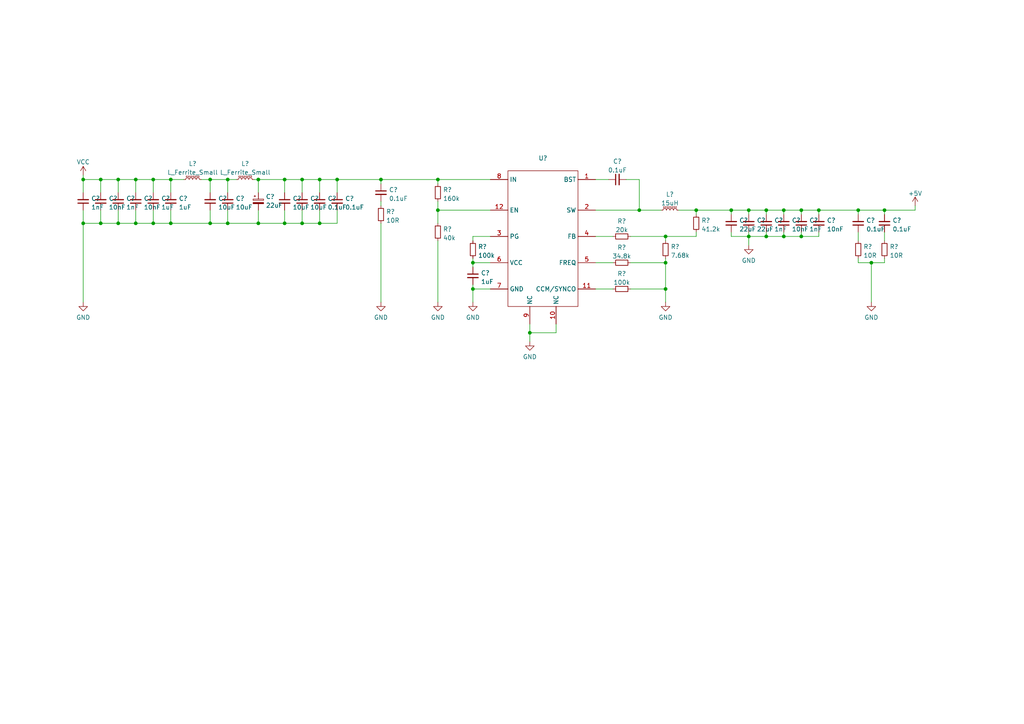
<source format=kicad_sch>
(kicad_sch (version 20211123) (generator eeschema)
  (paper "A4")
  (lib_symbols
    (symbol "Device:C_Polarized_Small" (pin_numbers hide) (pin_names (offset 0.254) hide)
      (property "Reference" "C" (at 0.254 1.778 0))
      (property "Value" "C_Polarized_Small" (at 0.254 -2.032 0))
      (symbol "C_Polarized_Small_0_1"
        (rectangle (start -1.524 -0.3048) (end 1.524 -0.6858) (fill (type outline)))
        (rectangle (start -1.524 0.6858) (end 1.524 0.3048))
        (polyline (pts (xy -1.27 1.524) (xy -0.762 1.524)))
        (polyline (pts (xy -1.016 1.27) (xy -1.016 1.778)))
      )
      (symbol "C_Polarized_Small_1_1"
        (pin passive line (at 0 2.54 270) (length 1.8542) (name "~") (number "1"))
        (pin passive line (at 0 -2.54 90) (length 1.8542) (name "~") (number "2"))
      )
    )
    (symbol "Device:C_Small" (pin_numbers hide) (pin_names (offset 0.254) hide)
      (property "Reference" "C" (at 0.254 1.778 0))
      (property "Value" "C_Small" (at 0.254 -2.032 0))
      (symbol "C_Small_0_1"
        (polyline (pts (xy -1.524 -0.508) (xy 1.524 -0.508)) (stroke (width 0.3302)))
        (polyline (pts (xy -1.524 0.508) (xy 1.524 0.508)) (stroke (width 0.3048)))
      )
      (symbol "C_Small_1_1"
        (pin passive line (at 0 2.54 270) (length 2.032) (name "~") (number "1"))
        (pin passive line (at 0 -2.54 90) (length 2.032) (name "~") (number "2"))
      )
    )
    (symbol "Device:L_Ferrite_Small" (pin_numbers hide) (pin_names (offset 0.254) hide)
      (property "Reference" "L" (at 1.27 1.016 0))
      (property "Value" "L_Ferrite_Small" (at 1.27 -1.27 0))
      (symbol "L_Ferrite_Small_0_1"
        (arc (start 0 -2.032) (mid 0.508 -1.524) (end 0 -1.016))
        (arc (start 0 -1.016) (mid 0.508 -0.508) (end 0 0))
        (polyline (pts (xy 0.762 -1.905) (xy 0.762 -1.651)))
        (polyline (pts (xy 0.762 -1.397) (xy 0.762 -1.143)))
        (polyline (pts (xy 0.762 -0.889) (xy 0.762 -0.635)))
        (polyline (pts (xy 0.762 -0.381) (xy 0.762 -0.127)))
        (polyline (pts (xy 0.762 0.127) (xy 0.762 0.381)))
        (polyline (pts (xy 0.762 0.635) (xy 0.762 0.889)))
        (polyline (pts (xy 0.762 1.143) (xy 0.762 1.397)))
        (polyline (pts (xy 0.762 1.651) (xy 0.762 1.905)))
        (polyline (pts (xy 1.016 -1.651) (xy 1.016 -1.905)))
        (polyline (pts (xy 1.016 -1.143) (xy 1.016 -1.397)))
        (polyline (pts (xy 1.016 -0.635) (xy 1.016 -0.889)))
        (polyline (pts (xy 1.016 -0.127) (xy 1.016 -0.381)))
        (polyline (pts (xy 1.016 0.381) (xy 1.016 0.127)))
        (polyline (pts (xy 1.016 0.889) (xy 1.016 0.635)))
        (polyline (pts (xy 1.016 1.397) (xy 1.016 1.143)))
        (polyline (pts (xy 1.016 1.905) (xy 1.016 1.651)))
        (arc (start 0 0) (mid 0.508 0.508) (end 0 1.016))
        (arc (start 0 1.016) (mid 0.508 1.524) (end 0 2.032))
      )
      (symbol "L_Ferrite_Small_1_1"
        (pin passive line (at 0 2.54 270) (length 0.508) (name "~") (number "1"))
        (pin passive line (at 0 -2.54 90) (length 0.508) (name "~") (number "2"))
      )
    )
    (symbol "Device:R_Small" (pin_numbers hide) (pin_names (offset 0.254) hide)
      (property "Reference" "R" (at 0.762 0.508 0))
      (property "Value" "R_Small" (at 0.762 -1.016 0))
      (symbol "R_Small_0_1"
        (rectangle (start -0.762 1.778) (end 0.762 -1.778) (stroke (width 0.2032)))
      )
      (symbol "R_Small_1_1"
        (pin passive line (at 0 2.54 270) (length 0.762) (name "~") (number "1"))
        (pin passive line (at 0 -2.54 90) (length 0.762) (name "~") (number "2"))
      )
    )
    (symbol "custom_lib:MP4576GQBE"
      (property "Reference" "U?" (at 0 13.809 0))
      (property "Value" "MP4576GQBE" (at 0 11.2721 0))
      (symbol "MP4576GQBE_0_0"
        (text "" (at -6.35 -3.81 0) (effects (font (size 1.27 1.27))))
        (pin passive line (at 15.24 7.62 180) (length 5.08) (name "BST") (number "1"))
        (pin passive line (at 3.81 -34.29 90) (length 5.08) (name "NC") (number "10"))
        (pin passive line (at 15.24 -24.13 180) (length 5.08) (name "CCM/SYNCO") (number "11"))
        (pin passive line (at -15.24 -1.27 0) (length 5.08) (name "EN") (number "12"))
        (pin passive line (at 15.24 -1.27 180) (length 5.08) (name "SW") (number "2"))
        (pin passive line (at -15.24 -8.89 0) (length 5.08) (name "PG") (number "3"))
        (pin passive line (at 15.24 -8.89 180) (length 5.08) (name "FB") (number "4"))
        (pin passive line (at 15.24 -16.51 180) (length 5.08) (name "FREQ") (number "5"))
        (pin passive line (at -15.24 -16.51 0) (length 5.08) (name "VCC") (number "6"))
        (pin passive line (at -15.24 -24.13 0) (length 5.08) (name "GND") (number "7"))
        (pin passive line (at -15.24 7.62 0) (length 5.08) (name "IN") (number "8"))
        (pin passive line (at -3.81 -34.29 90) (length 5.08) (name "NC") (number "9"))
      )
      (symbol "MP4576GQBE_0_1"
        (rectangle (start -10.16 10.16) (end 10.16 -29.21) (stroke (width 0.1524)))
      )
    )
    (symbol "power:+5V" (power) (pin_names (offset 0))
      (property "Value" "+5V" (at 0 3.556 0))
      (symbol "+5V_0_1"
        (polyline (pts (xy -0.762 1.27) (xy 0 2.54)))
        (polyline (pts (xy 0 0) (xy 0 2.54)))
        (polyline (pts (xy 0 2.54) (xy 0.762 1.27)))
      )
      (symbol "+5V_1_1"
        (pin power_in line (at 0 0 90) (length 0) hide (name "+5V") (number "1"))
      )
    )
    (symbol "power:GND" (power) (pin_names (offset 0))
      (property "Value" "GND" (at 0 -3.81 0))
      (symbol "GND_0_1"
        (polyline (pts (xy 0 0) (xy 0 -1.27) (xy 1.27 -1.27) (xy 0 -2.54) (xy -1.27 -1.27) (xy 0 -1.27)))
      )
      (symbol "GND_1_1"
        (pin power_in line (at 0 0 270) (length 0) hide (name "GND") (number "1"))
      )
    )
    (symbol "power:VCC" (power) (pin_names (offset 0))
      (property "Value" "VCC" (at 0 3.81 0))
      (symbol "VCC_0_1"
        (polyline (pts (xy -0.762 1.27) (xy 0 2.54)))
        (polyline (pts (xy 0 0) (xy 0 2.54)))
        (polyline (pts (xy 0 2.54) (xy 0.762 1.27)))
      )
      (symbol "VCC_1_1"
        (pin power_in line (at 0 0 90) (length 0) hide (name "VCC") (number "1"))
      )
    )
  )
  (junction (at 227.33 68.58))
  (junction (at 66.04 52.07))
  (junction (at 153.67 96.52))
  (junction (at 24.13 64.77))
  (junction (at 193.04 68.58))
  (junction (at 248.92 60.96))
  (junction (at 232.41 60.96))
  (junction (at 110.49 52.07))
  (junction (at 34.29 52.07))
  (junction (at 212.09 60.96))
  (junction (at 24.13 52.07))
  (junction (at 34.29 64.77))
  (junction (at 193.04 83.82))
  (junction (at 201.93 60.96))
  (junction (at 92.71 64.77))
  (junction (at 222.25 60.96))
  (junction (at 127 60.96))
  (junction (at 222.25 68.58))
  (junction (at 252.73 76.2))
  (junction (at 74.93 64.77))
  (junction (at 87.63 64.77))
  (junction (at 44.45 52.07))
  (junction (at 39.37 64.77))
  (junction (at 137.16 83.82))
  (junction (at 185.42 60.96))
  (junction (at 44.45 64.77))
  (junction (at 256.54 60.96))
  (junction (at 39.37 52.07))
  (junction (at 137.16 76.2))
  (junction (at 82.55 64.77))
  (junction (at 74.93 52.07))
  (junction (at 97.79 52.07))
  (junction (at 217.17 60.96))
  (junction (at 29.21 52.07))
  (junction (at 29.21 64.77))
  (junction (at 217.17 68.58))
  (junction (at 237.49 60.96))
  (junction (at 92.71 52.07))
  (junction (at 66.04 64.77))
  (junction (at 60.96 64.77))
  (junction (at 193.04 76.2))
  (junction (at 49.53 52.07))
  (junction (at 87.63 52.07))
  (junction (at 127 52.07))
  (junction (at 82.55 52.07))
  (junction (at 232.41 68.58))
  (junction (at 60.96 52.07))
  (junction (at 49.53 64.77))
  (junction (at 227.33 60.96))
  (wire (pts (xy 92.71 52.07) (xy 97.79 52.07)))
  (wire (pts (xy 227.33 67.31) (xy 227.33 68.58)))
  (wire (pts (xy 182.88 68.58) (xy 193.04 68.58)))
  (wire (pts (xy 217.17 68.58) (xy 217.17 67.31)))
  (wire (pts (xy 237.49 60.96) (xy 237.49 62.23)))
  (wire (pts (xy 39.37 52.07) (xy 39.37 55.88)))
  (wire (pts (xy 201.93 60.96) (xy 201.93 62.23)))
  (wire (pts (xy 24.13 55.88) (xy 24.13 52.07)))
  (wire (pts (xy 232.41 67.31) (xy 232.41 68.58)))
  (wire (pts (xy 44.45 60.96) (xy 44.45 64.77)))
  (wire (pts (xy 127 52.07) (xy 127 53.34)))
  (wire (pts (xy 185.42 52.07) (xy 185.42 60.96)))
  (wire (pts (xy 161.29 96.52) (xy 161.29 93.98)))
  (wire (pts (xy 110.49 87.63) (xy 110.49 64.77)))
  (wire (pts (xy 74.93 52.07) (xy 82.55 52.07)))
  (wire (pts (xy 44.45 64.77) (xy 49.53 64.77)))
  (wire (pts (xy 34.29 60.96) (xy 34.29 64.77)))
  (wire (pts (xy 256.54 60.96) (xy 256.54 62.23)))
  (wire (pts (xy 60.96 52.07) (xy 66.04 52.07)))
  (wire (pts (xy 66.04 60.96) (xy 66.04 64.77)))
  (wire (pts (xy 217.17 68.58) (xy 212.09 68.58)))
  (wire (pts (xy 193.04 68.58) (xy 193.04 69.85)))
  (wire (pts (xy 248.92 76.2) (xy 252.73 76.2)))
  (wire (pts (xy 39.37 52.07) (xy 44.45 52.07)))
  (wire (pts (xy 252.73 76.2) (xy 252.73 87.63)))
  (wire (pts (xy 74.93 60.96) (xy 74.93 64.77)))
  (wire (pts (xy 137.16 76.2) (xy 137.16 77.47)))
  (wire (pts (xy 142.24 68.58) (xy 137.16 68.58)))
  (wire (pts (xy 217.17 68.58) (xy 217.17 71.12)))
  (wire (pts (xy 92.71 60.96) (xy 92.71 64.77)))
  (wire (pts (xy 87.63 52.07) (xy 87.63 55.88)))
  (wire (pts (xy 193.04 68.58) (xy 201.93 68.58)))
  (wire (pts (xy 137.16 74.93) (xy 137.16 76.2)))
  (wire (pts (xy 66.04 52.07) (xy 68.58 52.07)))
  (wire (pts (xy 153.67 96.52) (xy 153.67 99.06)))
  (wire (pts (xy 232.41 68.58) (xy 237.49 68.58)))
  (wire (pts (xy 39.37 64.77) (xy 44.45 64.77)))
  (wire (pts (xy 44.45 52.07) (xy 44.45 55.88)))
  (wire (pts (xy 87.63 60.96) (xy 87.63 64.77)))
  (wire (pts (xy 237.49 60.96) (xy 248.92 60.96)))
  (wire (pts (xy 217.17 68.58) (xy 222.25 68.58)))
  (wire (pts (xy 217.17 60.96) (xy 217.17 62.23)))
  (wire (pts (xy 248.92 62.23) (xy 248.92 60.96)))
  (wire (pts (xy 34.29 52.07) (xy 39.37 52.07)))
  (wire (pts (xy 222.25 60.96) (xy 227.33 60.96)))
  (wire (pts (xy 82.55 52.07) (xy 87.63 52.07)))
  (wire (pts (xy 66.04 64.77) (xy 60.96 64.77)))
  (wire (pts (xy 227.33 60.96) (xy 232.41 60.96)))
  (wire (pts (xy 182.88 76.2) (xy 193.04 76.2)))
  (wire (pts (xy 185.42 60.96) (xy 191.77 60.96)))
  (wire (pts (xy 137.16 83.82) (xy 142.24 83.82)))
  (wire (pts (xy 252.73 76.2) (xy 256.54 76.2)))
  (wire (pts (xy 237.49 68.58) (xy 237.49 67.31)))
  (wire (pts (xy 212.09 60.96) (xy 217.17 60.96)))
  (wire (pts (xy 97.79 52.07) (xy 97.79 55.88)))
  (wire (pts (xy 142.24 52.07) (xy 127 52.07)))
  (wire (pts (xy 127 60.96) (xy 142.24 60.96)))
  (wire (pts (xy 172.72 68.58) (xy 177.8 68.58)))
  (wire (pts (xy 248.92 74.93) (xy 248.92 76.2)))
  (wire (pts (xy 110.49 52.07) (xy 110.49 53.34)))
  (wire (pts (xy 137.16 82.55) (xy 137.16 83.82)))
  (wire (pts (xy 110.49 59.69) (xy 110.49 58.42)))
  (wire (pts (xy 34.29 64.77) (xy 39.37 64.77)))
  (wire (pts (xy 256.54 67.31) (xy 256.54 69.85)))
  (wire (pts (xy 127 58.42) (xy 127 60.96)))
  (wire (pts (xy 92.71 52.07) (xy 92.71 55.88)))
  (wire (pts (xy 29.21 52.07) (xy 29.21 55.88)))
  (wire (pts (xy 172.72 76.2) (xy 177.8 76.2)))
  (wire (pts (xy 248.92 69.85) (xy 248.92 67.31)))
  (wire (pts (xy 172.72 83.82) (xy 177.8 83.82)))
  (wire (pts (xy 74.93 52.07) (xy 74.93 55.88)))
  (wire (pts (xy 172.72 52.07) (xy 176.53 52.07)))
  (wire (pts (xy 66.04 52.07) (xy 66.04 55.88)))
  (wire (pts (xy 222.25 68.58) (xy 227.33 68.58)))
  (wire (pts (xy 127 64.77) (xy 127 60.96)))
  (wire (pts (xy 49.53 60.96) (xy 49.53 64.77)))
  (wire (pts (xy 256.54 76.2) (xy 256.54 74.93)))
  (wire (pts (xy 49.53 52.07) (xy 49.53 55.88)))
  (wire (pts (xy 248.92 60.96) (xy 256.54 60.96)))
  (wire (pts (xy 222.25 67.31) (xy 222.25 68.58)))
  (wire (pts (xy 212.09 62.23) (xy 212.09 60.96)))
  (wire (pts (xy 24.13 50.8) (xy 24.13 52.07)))
  (wire (pts (xy 181.61 52.07) (xy 185.42 52.07)))
  (wire (pts (xy 24.13 64.77) (xy 24.13 87.63)))
  (wire (pts (xy 185.42 60.96) (xy 172.72 60.96)))
  (wire (pts (xy 24.13 60.96) (xy 24.13 64.77)))
  (wire (pts (xy 212.09 68.58) (xy 212.09 67.31)))
  (wire (pts (xy 227.33 60.96) (xy 227.33 62.23)))
  (wire (pts (xy 222.25 60.96) (xy 222.25 62.23)))
  (wire (pts (xy 87.63 64.77) (xy 92.71 64.77)))
  (wire (pts (xy 137.16 76.2) (xy 142.24 76.2)))
  (wire (pts (xy 74.93 64.77) (xy 66.04 64.77)))
  (wire (pts (xy 110.49 52.07) (xy 127 52.07)))
  (wire (pts (xy 256.54 60.96) (xy 265.43 60.96)))
  (wire (pts (xy 97.79 52.07) (xy 110.49 52.07)))
  (wire (pts (xy 97.79 60.96) (xy 97.79 64.77)))
  (wire (pts (xy 73.66 52.07) (xy 74.93 52.07)))
  (wire (pts (xy 29.21 60.96) (xy 29.21 64.77)))
  (wire (pts (xy 217.17 60.96) (xy 222.25 60.96)))
  (wire (pts (xy 58.42 52.07) (xy 60.96 52.07)))
  (wire (pts (xy 193.04 83.82) (xy 193.04 87.63)))
  (wire (pts (xy 137.16 68.58) (xy 137.16 69.85)))
  (wire (pts (xy 153.67 96.52) (xy 161.29 96.52)))
  (wire (pts (xy 49.53 52.07) (xy 53.34 52.07)))
  (wire (pts (xy 82.55 52.07) (xy 82.55 55.88)))
  (wire (pts (xy 232.41 60.96) (xy 232.41 62.23)))
  (wire (pts (xy 29.21 52.07) (xy 34.29 52.07)))
  (wire (pts (xy 29.21 64.77) (xy 24.13 64.77)))
  (wire (pts (xy 193.04 76.2) (xy 193.04 83.82)))
  (wire (pts (xy 82.55 60.96) (xy 82.55 64.77)))
  (wire (pts (xy 39.37 60.96) (xy 39.37 64.77)))
  (wire (pts (xy 34.29 52.07) (xy 34.29 55.88)))
  (wire (pts (xy 201.93 60.96) (xy 212.09 60.96)))
  (wire (pts (xy 60.96 52.07) (xy 60.96 55.88)))
  (wire (pts (xy 201.93 67.31) (xy 201.93 68.58)))
  (wire (pts (xy 227.33 68.58) (xy 232.41 68.58)))
  (wire (pts (xy 92.71 64.77) (xy 97.79 64.77)))
  (wire (pts (xy 137.16 83.82) (xy 137.16 87.63)))
  (wire (pts (xy 153.67 93.98) (xy 153.67 96.52)))
  (wire (pts (xy 29.21 64.77) (xy 34.29 64.77)))
  (wire (pts (xy 127 87.63) (xy 127 69.85)))
  (wire (pts (xy 232.41 60.96) (xy 237.49 60.96)))
  (wire (pts (xy 24.13 52.07) (xy 29.21 52.07)))
  (wire (pts (xy 193.04 74.93) (xy 193.04 76.2)))
  (wire (pts (xy 182.88 83.82) (xy 193.04 83.82)))
  (wire (pts (xy 82.55 64.77) (xy 87.63 64.77)))
  (wire (pts (xy 44.45 52.07) (xy 49.53 52.07)))
  (wire (pts (xy 265.43 60.96) (xy 265.43 59.69)))
  (wire (pts (xy 87.63 52.07) (xy 92.71 52.07)))
  (wire (pts (xy 49.53 64.77) (xy 60.96 64.77)))
  (wire (pts (xy 196.85 60.96) (xy 201.93 60.96)))
  (wire (pts (xy 74.93 64.77) (xy 82.55 64.77)))
  (wire (pts (xy 60.96 60.96) (xy 60.96 64.77)))
  (symbol (lib_id "power:GND") (at 24.13 87.63 0) (unit 1)
    (property "Reference" "#PWR?" (effects hide))
    (property "Value" "GND" (at 24.13 92.0734 0))
  )
  (symbol (lib_id "Device:R_Small") (at 110.49 62.23 0) (unit 1)
    (property "Reference" "R?" (at 111.9886 61.3953 0) (effects (justify left)))
    (property "Value" "10R" (at 111.9886 63.9322 0) (effects (justify left)))
  )
  (symbol (lib_id "Device:C_Small") (at 137.16 80.01 0) (unit 1)
    (property "Reference" "C?" (at 139.4841 79.1816 0) (effects (justify left)))
    (property "Value" "1uF" (at 139.4841 81.7185 0) (effects (justify left)))
  )
  (symbol (lib_id "Device:R_Small") (at 256.54 72.39 180) (unit 1)
    (property "Reference" "R?" (at 258.0386 71.5553 0) (effects (justify right)))
    (property "Value" "10R" (at 258.0386 74.0922 0) (effects (justify right)))
  )
  (symbol (lib_id "power:GND") (at 137.16 87.63 0) (unit 1)
    (property "Reference" "#PWR?" (effects hide))
    (property "Value" "GND" (at 137.16 92.0734 0))
  )
  (symbol (lib_id "Device:R_Small") (at 180.34 68.58 90) (unit 1)
    (property "Reference" "R?" (at 180.34 64.1436 90))
    (property "Value" "20k" (at 180.34 66.6805 90))
  )
  (symbol (lib_id "power:GND") (at 217.17 71.12 0) (unit 1)
    (property "Reference" "#PWR?" (effects hide))
    (property "Value" "GND" (at 217.17 75.5634 0))
  )
  (symbol (lib_id "Device:R_Small") (at 127 55.88 0) (unit 1)
    (property "Reference" "R?" (at 128.4986 55.0453 0) (effects (justify left)))
    (property "Value" "160k" (at 128.4986 57.5822 0) (effects (justify left)))
  )
  (symbol (lib_id "Device:R_Small") (at 127 67.31 0) (unit 1)
    (property "Reference" "R?" (at 128.4986 66.4753 0) (effects (justify left)))
    (property "Value" "40k" (at 128.4986 69.0122 0) (effects (justify left)))
  )
  (symbol (lib_id "power:GND") (at 153.67 99.06 0) (unit 1)
    (property "Reference" "#PWR?" (effects hide))
    (property "Value" "GND" (at 153.67 103.5034 0))
  )
  (symbol (lib_id "Device:C_Small") (at 237.49 64.77 180) (unit 1)
    (property "Reference" "C?" (at 239.8141 63.9289 0) (effects (justify right)))
    (property "Value" "10nF" (at 239.8141 66.4658 0) (effects (justify right)))
  )
  (symbol (lib_id "Device:C_Small") (at 227.33 64.77 180) (unit 1)
    (property "Reference" "C?" (at 229.6541 63.9289 0) (effects (justify right)))
    (property "Value" "10nF" (at 229.6541 66.4658 0) (effects (justify right)))
  )
  (symbol (lib_id "Device:C_Small") (at 82.55 58.42 0) (unit 1)
    (property "Reference" "C?" (at 84.8741 57.5916 0) (effects (justify left)))
    (property "Value" "10uF" (at 84.8741 60.1285 0) (effects (justify left)))
  )
  (symbol (lib_id "Device:C_Small") (at 179.07 52.07 90) (unit 1)
    (property "Reference" "C?" (at 179.0763 46.8081 90))
    (property "Value" "0.1uF" (at 179.0763 49.345 90))
  )
  (symbol (lib_id "power:VCC") (at 24.13 50.8 0) (unit 1)
    (property "Reference" "#PWR?" (effects hide))
    (property "Value" "VCC" (at 24.13 46.99 0))
  )
  (symbol (lib_id "Device:C_Small") (at 34.29 58.42 180) (unit 1)
    (property "Reference" "C?" (at 36.6141 57.5789 0) (effects (justify right)))
    (property "Value" "1nF" (at 36.6141 60.1158 0) (effects (justify right)))
  )
  (symbol (lib_id "Device:L_Ferrite_Small") (at 194.31 60.96 90) (unit 1)
    (property "Reference" "L?" (at 194.31 56.3712 90))
    (property "Value" "15uH" (at 194.31 58.9081 90))
  )
  (symbol (lib_id "Device:C_Small") (at 66.04 58.42 180) (unit 1)
    (property "Reference" "C?" (at 68.3641 57.5789 0) (effects (justify right)))
    (property "Value" "10uF" (at 68.3641 60.1158 0) (effects (justify right)))
  )
  (symbol (lib_id "Device:R_Small") (at 180.34 83.82 270) (unit 1)
    (property "Reference" "R?" (at 180.34 79.3836 90))
    (property "Value" "100k" (at 180.34 81.9205 90))
  )
  (symbol (lib_id "Device:C_Small") (at 217.17 64.77 180) (unit 1)
    (property "Reference" "C?" (at 219.4941 63.9289 0) (effects (justify right)))
    (property "Value" "22uF" (at 219.4941 66.4658 0) (effects (justify right)))
  )
  (symbol (lib_id "Device:C_Small") (at 60.96 58.42 180) (unit 1)
    (property "Reference" "C?" (at 63.2841 57.5789 0) (effects (justify right)))
    (property "Value" "10uF" (at 63.2841 60.1158 0) (effects (justify right)))
  )
  (symbol (lib_id "Device:R_Small") (at 248.92 72.39 180) (unit 1)
    (property "Reference" "R?" (at 250.4186 71.5553 0) (effects (justify right)))
    (property "Value" "10R" (at 250.4186 74.0922 0) (effects (justify right)))
  )
  (symbol (lib_id "power:GND") (at 252.73 87.63 0) (unit 1)
    (property "Reference" "#PWR?" (effects hide))
    (property "Value" "GND" (at 252.73 92.0734 0))
  )
  (symbol (lib_id "power:GND") (at 110.49 87.63 0) (unit 1)
    (property "Reference" "#PWR?" (effects hide))
    (property "Value" "GND" (at 110.49 92.0734 0))
  )
  (symbol (lib_id "Device:R_Small") (at 137.16 72.39 0) (unit 1)
    (property "Reference" "R?" (at 138.6586 71.5553 0) (effects (justify left)))
    (property "Value" "100k" (at 138.6586 74.0922 0) (effects (justify left)))
  )
  (symbol (lib_id "Device:C_Small") (at 29.21 58.42 180) (unit 1)
    (property "Reference" "C?" (at 31.5341 57.5789 0) (effects (justify right)))
    (property "Value" "10nF" (at 31.5341 60.1158 0) (effects (justify right)))
  )
  (symbol (lib_id "Device:C_Small") (at 256.54 64.77 180) (unit 1)
    (property "Reference" "C?" (at 258.8641 63.9289 0) (effects (justify right)))
    (property "Value" "0.1uF" (at 258.8641 66.4658 0) (effects (justify right)))
  )
  (symbol (lib_id "custom_lib:MP4576GQBE") (at 157.48 59.69 0) (unit 1)
    (property "Reference" "U?" (at 157.48 45.881 0))
  )
  (symbol (lib_id "Device:C_Small") (at 87.63 58.42 0) (unit 1)
    (property "Reference" "C?" (at 89.9541 57.5916 0) (effects (justify left)))
    (property "Value" "10uF" (at 89.9541 60.1285 0) (effects (justify left)))
  )
  (symbol (lib_id "power:GND") (at 127 87.63 0) (unit 1)
    (property "Reference" "#PWR?" (effects hide))
    (property "Value" "GND" (at 127 92.0734 0))
  )
  (symbol (lib_id "power:GND") (at 193.04 87.63 0) (unit 1)
    (property "Reference" "#PWR?" (effects hide))
    (property "Value" "GND" (at 193.04 92.0734 0))
  )
  (symbol (lib_id "Device:C_Small") (at 97.79 58.42 0) (unit 1)
    (property "Reference" "C?" (at 100.1141 57.5916 0) (effects (justify left)))
    (property "Value" "0.1uF" (at 100.1141 60.1285 0) (effects (justify left)))
  )
  (symbol (lib_id "Device:C_Small") (at 232.41 64.77 180) (unit 1)
    (property "Reference" "C?" (at 234.7341 63.9289 0) (effects (justify right)))
    (property "Value" "1nF" (at 234.7341 66.4658 0) (effects (justify right)))
  )
  (symbol (lib_id "Device:R_Small") (at 201.93 64.77 180) (unit 1)
    (property "Reference" "R?" (at 203.4286 63.9353 0) (effects (justify right)))
    (property "Value" "41.2k" (at 203.4286 66.4722 0) (effects (justify right)))
  )
  (symbol (lib_id "Device:C_Small") (at 44.45 58.42 180) (unit 1)
    (property "Reference" "C?" (at 46.7741 57.5789 0) (effects (justify right)))
    (property "Value" "1uF" (at 46.7741 60.1158 0) (effects (justify right)))
  )
  (symbol (lib_id "Device:C_Small") (at 248.92 64.77 180) (unit 1)
    (property "Reference" "C?" (at 251.2441 63.9289 0) (effects (justify right)))
    (property "Value" "0.1uF" (at 251.2441 66.4658 0) (effects (justify right)))
  )
  (symbol (lib_id "Device:C_Small") (at 212.09 64.77 180) (unit 1)
    (property "Reference" "C?" (at 214.4141 63.9289 0) (effects (justify right)))
    (property "Value" "22uF" (at 214.4141 66.4658 0) (effects (justify right)))
  )
  (symbol (lib_id "Device:C_Small") (at 222.25 64.77 180) (unit 1)
    (property "Reference" "C?" (at 224.5741 63.9289 0) (effects (justify right)))
    (property "Value" "1nF" (at 224.5741 66.4658 0) (effects (justify right)))
  )
  (symbol (lib_id "Device:R_Small") (at 180.34 76.2 270) (unit 1)
    (property "Reference" "R?" (at 180.34 71.7636 90))
    (property "Value" "34.8k" (at 180.34 74.3005 90))
  )
  (symbol (lib_id "Device:C_Small") (at 49.53 58.42 180) (unit 1)
    (property "Reference" "C?" (at 51.8541 57.5789 0) (effects (justify right)))
    (property "Value" "1uF" (at 51.8541 60.1158 0) (effects (justify right)))
  )
  (symbol (lib_id "Device:C_Small") (at 24.13 58.42 180) (unit 1)
    (property "Reference" "C?" (at 26.4541 57.5789 0) (effects (justify right)))
    (property "Value" "1nF" (at 26.4541 60.1158 0) (effects (justify right)))
  )
  (symbol (lib_id "Device:R_Small") (at 193.04 72.39 180) (unit 1)
    (property "Reference" "R?" (at 194.5386 71.5553 0) (effects (justify right)))
    (property "Value" "7.68k" (at 194.5386 74.0922 0) (effects (justify right)))
  )
  (symbol (lib_id "power:+5V") (at 265.43 59.69 0) (unit 1)
    (property "Reference" "#PWR?" (effects hide))
    (property "Value" "+5V" (at 265.43 56.1142 0))
  )
  (symbol (lib_id "Device:C_Small") (at 92.71 58.42 0) (unit 1)
    (property "Reference" "C?" (at 95.0341 57.5916 0) (effects (justify left)))
    (property "Value" "0.1uF" (at 95.0341 60.1285 0) (effects (justify left)))
  )
  (symbol (lib_id "Device:C_Small") (at 39.37 58.42 180) (unit 1)
    (property "Reference" "C?" (at 41.6941 57.5789 0) (effects (justify right)))
    (property "Value" "10nF" (at 41.6941 60.1158 0) (effects (justify right)))
  )
  (symbol (lib_id "Device:L_Ferrite_Small") (at 55.88 52.07 90) (unit 1)
    (property "Reference" "L?" (at 55.88 47.4812 90))
    (property "Value" "L_Ferrite_Small" (at 55.88 50.0181 90))
  )
  (symbol (lib_id "Device:L_Ferrite_Small") (at 71.12 52.07 90) (unit 1)
    (property "Reference" "L?" (at 71.12 47.4812 90))
    (property "Value" "L_Ferrite_Small" (at 71.12 50.0181 90))
  )
  (symbol (lib_id "Device:C_Polarized_Small") (at 74.93 58.42 0) (unit 1)
    (property "Reference" "C?" (at 77.089 57.0392 0) (effects (justify left)))
    (property "Value" "22uF" (at 77.089 59.5761 0) (effects (justify left)))
  )
  (symbol (lib_id "Device:C_Small") (at 110.49 55.88 0) (unit 1)
    (property "Reference" "C?" (at 112.8141 55.0516 0) (effects (justify left)))
    (property "Value" "0.1uF" (at 112.8141 57.5885 0) (effects (justify left)))
  )
)
</source>
